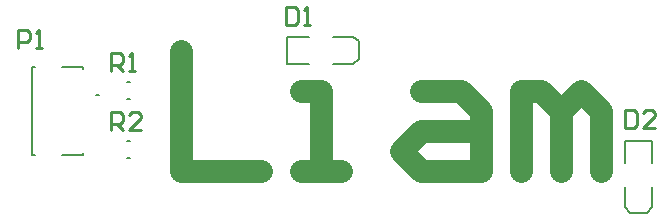
<source format=gto>
G04*
G04 #@! TF.GenerationSoftware,Altium Limited,Altium Designer,21.4.1 (30)*
G04*
G04 Layer_Color=65535*
%FSLAX25Y25*%
%MOIN*%
G70*
G04*
G04 #@! TF.SameCoordinates,33F1FE42-B6F4-420A-9065-0E2226A42BD6*
G04*
G04*
G04 #@! TF.FilePolarity,Positive*
G04*
G01*
G75*
%ADD10C,0.00787*%
%ADD11C,0.00500*%
%ADD12C,0.00600*%
%ADD13C,0.07500*%
%ADD14C,0.01000*%
D10*
X28035Y56090D02*
X27248D01*
X28035D01*
X212528Y18870D02*
Y25563D01*
X203472Y18870D02*
X205047Y16902D01*
X210953D02*
X212528Y18870D01*
X203472D02*
Y25563D01*
X205047Y16902D02*
X210953D01*
X203472Y40917D02*
X212528D01*
Y33437D02*
Y40917D01*
X203472Y33437D02*
Y40917D01*
X106047Y75528D02*
X112740D01*
Y66472D02*
X114709Y68047D01*
X112740Y75528D02*
X114709Y73953D01*
X106047Y66472D02*
X112740D01*
X114709Y68047D02*
Y73953D01*
X90693Y66472D02*
Y75528D01*
X98173D01*
X90693Y66472D02*
X98173D01*
D11*
X5791Y36208D02*
Y65342D01*
Y36208D02*
X6854D01*
X5791Y65342D02*
X6854D01*
X22720Y36208D02*
Y36917D01*
Y64633D02*
Y65342D01*
X15811Y36208D02*
X22720D01*
X15811Y65342D02*
X22720D01*
D12*
X37600Y40800D02*
X38400D01*
X37600Y35200D02*
X38400D01*
X37600Y60300D02*
X38400D01*
X37600Y54700D02*
X38400D01*
D13*
X55500Y70690D02*
Y30703D01*
X82158D01*
X95487D02*
X108816D01*
X102152D01*
Y57361D01*
X95487D01*
X135474D02*
X148803D01*
X155468Y50696D01*
Y30703D01*
X135474D01*
X128810Y37367D01*
X135474Y44032D01*
X155468D01*
X168797Y30703D02*
Y57361D01*
X175461D01*
X182126Y50696D01*
Y30703D01*
Y50696D01*
X188790Y57361D01*
X195455Y50696D01*
Y30703D01*
D14*
X1001Y71839D02*
Y77837D01*
X4000D01*
X5000Y76837D01*
Y74838D01*
X4000Y73838D01*
X1001D01*
X6999Y71839D02*
X8999D01*
X7999D01*
Y77837D01*
X6999Y76837D01*
X32300Y44600D02*
Y50598D01*
X35299D01*
X36299Y49598D01*
Y47599D01*
X35299Y46599D01*
X32300D01*
X34299D02*
X36299Y44600D01*
X42297D02*
X38298D01*
X42297Y48599D01*
Y49598D01*
X41297Y50598D01*
X39298D01*
X38298Y49598D01*
X32300Y64100D02*
Y70098D01*
X35299D01*
X36299Y69098D01*
Y67099D01*
X35299Y66099D01*
X32300D01*
X34299D02*
X36299Y64100D01*
X38298D02*
X40297D01*
X39298D01*
Y70098D01*
X38298Y69098D01*
X203500Y51098D02*
Y45100D01*
X206499D01*
X207499Y46100D01*
Y50098D01*
X206499Y51098D01*
X203500D01*
X213497Y45100D02*
X209498D01*
X213497Y49099D01*
Y50098D01*
X212497Y51098D01*
X210498D01*
X209498Y50098D01*
X90500Y85498D02*
Y79500D01*
X93499D01*
X94499Y80500D01*
Y84498D01*
X93499Y85498D01*
X90500D01*
X96498Y79500D02*
X98497D01*
X97498D01*
Y85498D01*
X96498Y84498D01*
M02*

</source>
